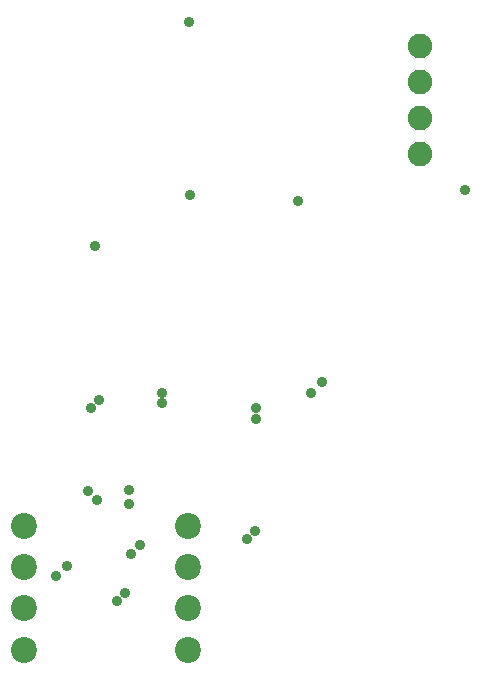
<source format=gbr>
G04 EAGLE Gerber RS-274X export*
G75*
%MOMM*%
%FSLAX34Y34*%
%LPD*%
%INSoldermask Bottom*%
%IPPOS*%
%AMOC8*
5,1,8,0,0,1.08239X$1,22.5*%
G01*
%ADD10C,2.200300*%
%ADD11C,2.082800*%
%ADD12C,0.909600*%


D10*
X117200Y132600D03*
X117200Y97600D03*
X117200Y62600D03*
X117200Y27600D03*
X255900Y27400D03*
X255900Y62400D03*
X255900Y97400D03*
X255900Y132400D03*
D11*
X452500Y447000D03*
X452500Y478000D03*
X452000Y508500D03*
X452000Y539000D03*
D12*
X256490Y559146D03*
X257500Y412500D03*
X349000Y407500D03*
X176500Y369000D03*
X490145Y416904D03*
X205500Y151000D03*
X205520Y163032D03*
X153000Y98500D03*
X144000Y89500D03*
X173500Y232000D03*
X180500Y239000D03*
X171000Y162000D03*
X178500Y154500D03*
X207215Y108459D03*
X214906Y115995D03*
X234000Y236000D03*
X234000Y244500D03*
X305500Y121500D03*
X312000Y128000D03*
X313500Y232459D03*
X313500Y222500D03*
X195187Y68606D03*
X202000Y75500D03*
X360000Y244500D03*
X369500Y254000D03*
M02*

</source>
